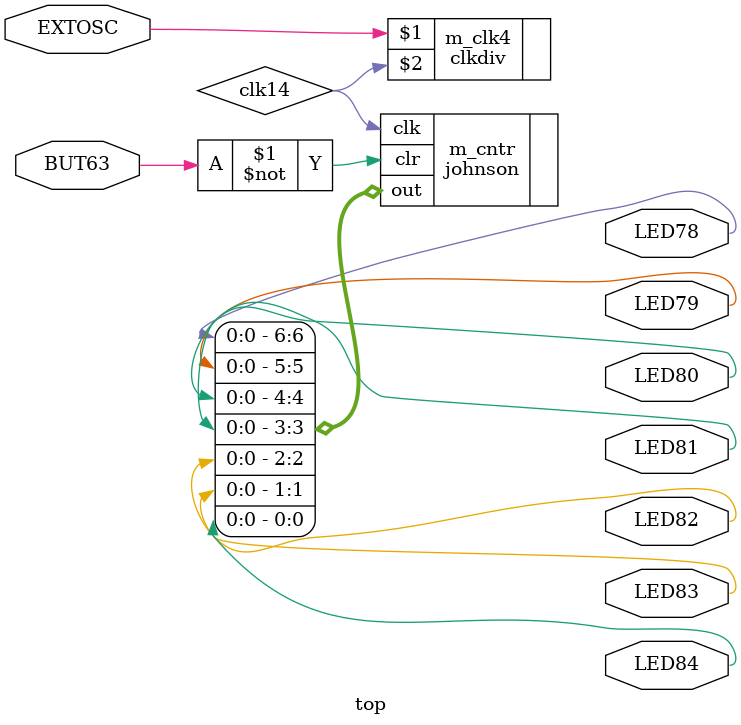
<source format=v>
`include "../ice40_lib/clkdiv.v"
`include "../ice40_lib/johnson.v"

module top(
	input wire EXTOSC,
	input wire BUT63,
	
	output wire LED78,
	output wire LED79,
	output wire LED80,
	output wire LED81,
	output wire LED82,
	output wire LED83,
	output wire LED84
);

// Dividing 100MHz oscillator clock into ~14Hz, using a clock divider 
// from the library. Its numerical parameter is a divisor.
wire clk14;
clkdiv #(7142857) m_clk4 (EXTOSC, clk14);

// Create a Johnson counter with bit width of 7, and wire its output
// diectly to LEDs. Use 4Hz clock as input, and use "63" button as reset.
// Keep in mind released button has value "1", so it has to be inverted.
johnson #(7) m_cntr (
	.clk(clk14),
	.clr(~BUT63),
	.out({LED78, LED79, LED80, LED81, LED82, LED83, LED84})
);

endmodule

</source>
